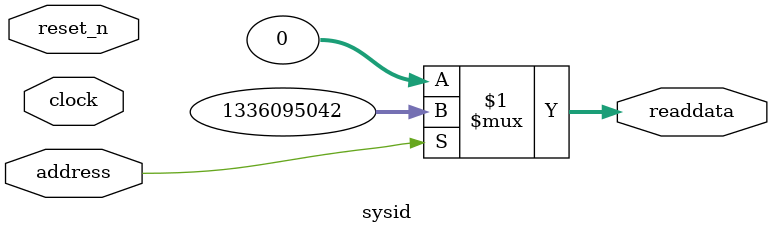
<source format=v>

`timescale 1ns / 1ps
// synthesis translate_on

// turn off superfluous verilog processor warnings 
// altera message_level Level1 
// altera message_off 10034 10035 10036 10037 10230 10240 10030 

module sysid (
               // inputs:
                address,
                clock,
                reset_n,

               // outputs:
                readdata
             )
;

  output  [ 31: 0] readdata;
  input            address;
  input            clock;
  input            reset_n;

  wire    [ 31: 0] readdata;
  //control_slave, which is an e_avalon_slave
  assign readdata = address ? 1336095042 : 0;

endmodule


</source>
